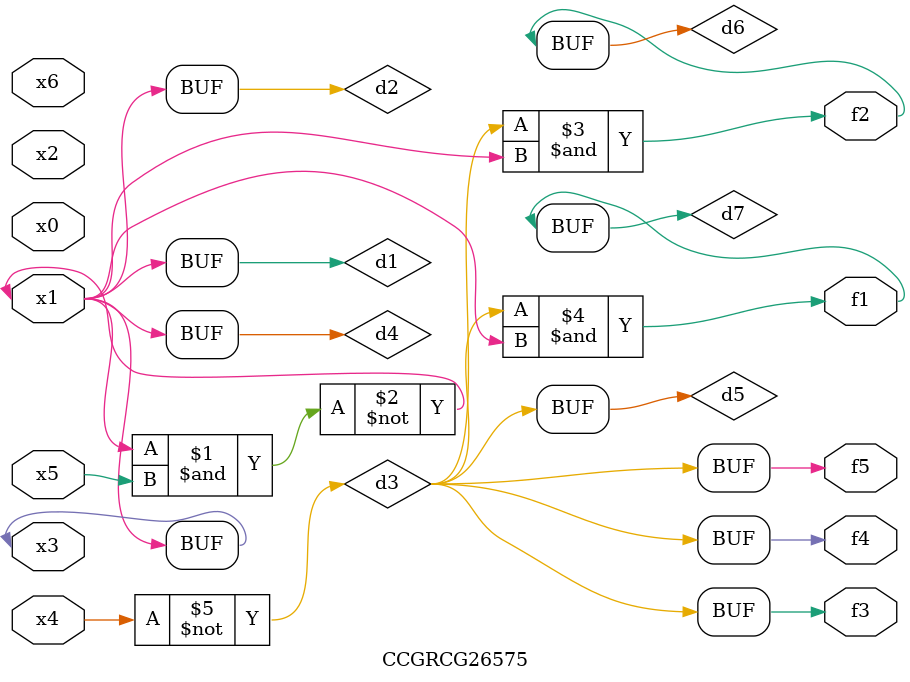
<source format=v>
module CCGRCG26575(
	input x0, x1, x2, x3, x4, x5, x6,
	output f1, f2, f3, f4, f5
);

	wire d1, d2, d3, d4, d5, d6, d7;

	buf (d1, x1, x3);
	nand (d2, x1, x5);
	not (d3, x4);
	buf (d4, d1, d2);
	buf (d5, d3);
	and (d6, d3, d4);
	and (d7, d3, d4);
	assign f1 = d7;
	assign f2 = d6;
	assign f3 = d5;
	assign f4 = d5;
	assign f5 = d5;
endmodule

</source>
